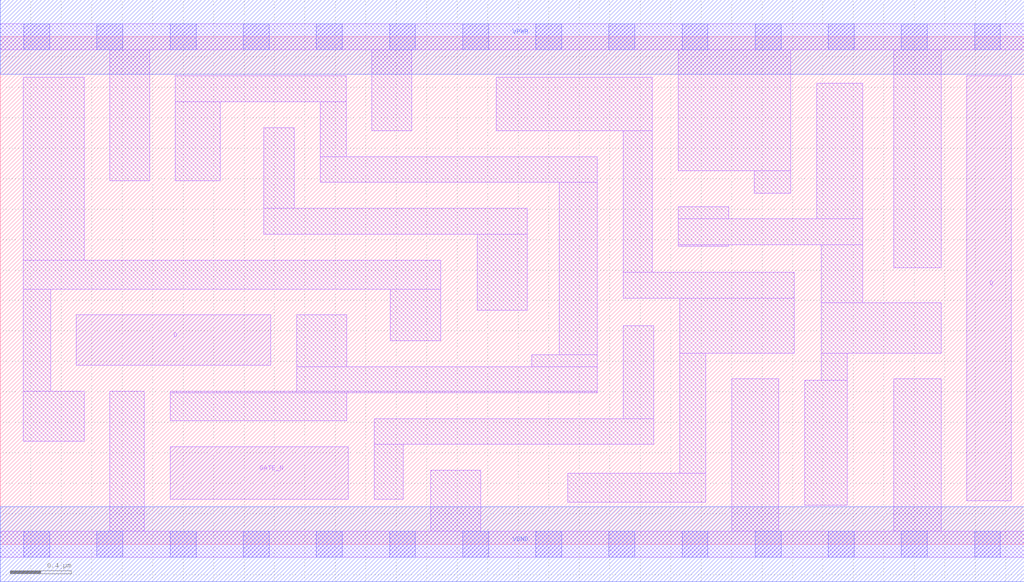
<source format=lef>
# Copyright 2020 The SkyWater PDK Authors
#
# Licensed under the Apache License, Version 2.0 (the "License");
# you may not use this file except in compliance with the License.
# You may obtain a copy of the License at
#
#     https://www.apache.org/licenses/LICENSE-2.0
#
# Unless required by applicable law or agreed to in writing, software
# distributed under the License is distributed on an "AS IS" BASIS,
# WITHOUT WARRANTIES OR CONDITIONS OF ANY KIND, either express or implied.
# See the License for the specific language governing permissions and
# limitations under the License.
#
# SPDX-License-Identifier: Apache-2.0

VERSION 5.7 ;
  NAMESCASESENSITIVE ON ;
  NOWIREEXTENSIONATPIN ON ;
  DIVIDERCHAR "/" ;
  BUSBITCHARS "[]" ;
UNITS
  DATABASE MICRONS 200 ;
END UNITS
MACRO sky130_fd_sc_lp__dlxtn_1
  CLASS CORE ;
  SOURCE USER ;
  FOREIGN sky130_fd_sc_lp__dlxtn_1 ;
  ORIGIN  0.000000  0.000000 ;
  SIZE  6.720000 BY  3.330000 ;
  SYMMETRY X Y R90 ;
  SITE unit ;
  PIN D
    ANTENNAGATEAREA  0.159000 ;
    DIRECTION INPUT ;
    USE SIGNAL ;
    PORT
      LAYER li1 ;
        RECT 0.500000 1.175000 1.775000 1.505000 ;
    END
  END D
  PIN Q
    ANTENNADIFFAREA  0.556500 ;
    DIRECTION OUTPUT ;
    USE SIGNAL ;
    PORT
      LAYER li1 ;
        RECT 6.345000 0.285000 6.635000 3.075000 ;
    END
  END Q
  PIN GATE_N
    ANTENNAGATEAREA  0.159000 ;
    DIRECTION INPUT ;
    USE CLOCK ;
    PORT
      LAYER li1 ;
        RECT 1.115000 0.295000 2.285000 0.640000 ;
    END
  END GATE_N
  PIN VGND
    DIRECTION INOUT ;
    USE GROUND ;
    PORT
      LAYER met1 ;
        RECT 0.000000 -0.245000 6.720000 0.245000 ;
    END
  END VGND
  PIN VPWR
    DIRECTION INOUT ;
    USE POWER ;
    PORT
      LAYER met1 ;
        RECT 0.000000 3.085000 6.720000 3.575000 ;
    END
  END VPWR
  OBS
    LAYER li1 ;
      RECT 0.000000 -0.085000 6.720000 0.085000 ;
      RECT 0.000000  3.245000 6.720000 3.415000 ;
      RECT 0.150000  0.675000 0.550000 1.005000 ;
      RECT 0.150000  1.005000 0.330000 1.675000 ;
      RECT 0.150000  1.675000 2.890000 1.865000 ;
      RECT 0.150000  1.865000 0.550000 3.065000 ;
      RECT 0.720000  0.085000 0.945000 1.005000 ;
      RECT 0.720000  2.385000 0.980000 3.245000 ;
      RECT 1.115000  0.810000 2.275000 0.995000 ;
      RECT 1.115000  0.995000 3.920000 1.005000 ;
      RECT 1.150000  2.385000 1.445000 2.905000 ;
      RECT 1.150000  2.905000 2.270000 3.075000 ;
      RECT 1.730000  2.035000 3.460000 2.205000 ;
      RECT 1.730000  2.205000 1.930000 2.735000 ;
      RECT 1.945000  1.005000 3.920000 1.165000 ;
      RECT 1.945000  1.165000 2.275000 1.505000 ;
      RECT 2.100000  2.375000 3.920000 2.545000 ;
      RECT 2.100000  2.545000 2.270000 2.905000 ;
      RECT 2.440000  2.715000 2.700000 3.245000 ;
      RECT 2.455000  0.295000 2.645000 0.655000 ;
      RECT 2.455000  0.655000 4.290000 0.825000 ;
      RECT 2.560000  1.335000 2.890000 1.675000 ;
      RECT 2.825000  0.085000 3.155000 0.485000 ;
      RECT 3.130000  1.535000 3.460000 2.035000 ;
      RECT 3.255000  2.715000 4.280000 3.065000 ;
      RECT 3.490000  1.165000 3.920000 1.245000 ;
      RECT 3.670000  1.245000 3.920000 2.375000 ;
      RECT 3.725000  0.275000 4.630000 0.465000 ;
      RECT 4.090000  0.825000 4.290000 1.435000 ;
      RECT 4.090000  1.615000 5.210000 1.785000 ;
      RECT 4.090000  1.785000 4.280000 2.715000 ;
      RECT 4.450000  1.955000 4.780000 1.965000 ;
      RECT 4.450000  1.965000 5.660000 2.135000 ;
      RECT 4.450000  2.135000 4.780000 2.215000 ;
      RECT 4.450000  2.450000 5.190000 3.245000 ;
      RECT 4.460000  0.465000 4.630000 1.255000 ;
      RECT 4.460000  1.255000 5.210000 1.615000 ;
      RECT 4.800000  0.085000 5.110000 1.085000 ;
      RECT 4.950000  2.305000 5.190000 2.450000 ;
      RECT 5.280000  0.255000 5.560000 1.075000 ;
      RECT 5.360000  2.135000 5.660000 3.025000 ;
      RECT 5.390000  1.075000 5.560000 1.255000 ;
      RECT 5.390000  1.255000 6.175000 1.585000 ;
      RECT 5.390000  1.585000 5.660000 1.965000 ;
      RECT 5.865000  0.085000 6.175000 1.085000 ;
      RECT 5.865000  1.815000 6.175000 3.245000 ;
    LAYER mcon ;
      RECT 0.155000 -0.085000 0.325000 0.085000 ;
      RECT 0.155000  3.245000 0.325000 3.415000 ;
      RECT 0.635000 -0.085000 0.805000 0.085000 ;
      RECT 0.635000  3.245000 0.805000 3.415000 ;
      RECT 1.115000 -0.085000 1.285000 0.085000 ;
      RECT 1.115000  3.245000 1.285000 3.415000 ;
      RECT 1.595000 -0.085000 1.765000 0.085000 ;
      RECT 1.595000  3.245000 1.765000 3.415000 ;
      RECT 2.075000 -0.085000 2.245000 0.085000 ;
      RECT 2.075000  3.245000 2.245000 3.415000 ;
      RECT 2.555000 -0.085000 2.725000 0.085000 ;
      RECT 2.555000  3.245000 2.725000 3.415000 ;
      RECT 3.035000 -0.085000 3.205000 0.085000 ;
      RECT 3.035000  3.245000 3.205000 3.415000 ;
      RECT 3.515000 -0.085000 3.685000 0.085000 ;
      RECT 3.515000  3.245000 3.685000 3.415000 ;
      RECT 3.995000 -0.085000 4.165000 0.085000 ;
      RECT 3.995000  3.245000 4.165000 3.415000 ;
      RECT 4.475000 -0.085000 4.645000 0.085000 ;
      RECT 4.475000  3.245000 4.645000 3.415000 ;
      RECT 4.955000 -0.085000 5.125000 0.085000 ;
      RECT 4.955000  3.245000 5.125000 3.415000 ;
      RECT 5.435000 -0.085000 5.605000 0.085000 ;
      RECT 5.435000  3.245000 5.605000 3.415000 ;
      RECT 5.915000 -0.085000 6.085000 0.085000 ;
      RECT 5.915000  3.245000 6.085000 3.415000 ;
      RECT 6.395000 -0.085000 6.565000 0.085000 ;
      RECT 6.395000  3.245000 6.565000 3.415000 ;
  END
END sky130_fd_sc_lp__dlxtn_1

</source>
